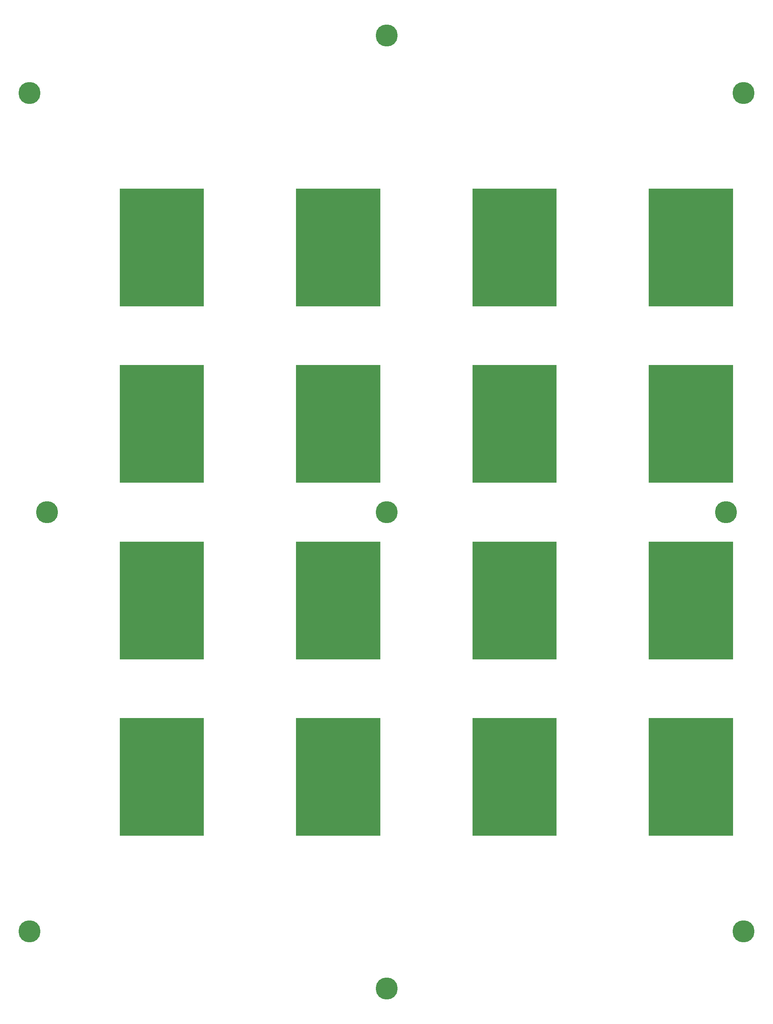
<source format=gbr>
G04 #@! TF.GenerationSoftware,KiCad,Pcbnew,5.99.0-unknown-64afa3a42e~128~ubuntu20.04.1*
G04 #@! TF.CreationDate,2021-05-28T16:06:45-05:00*
G04 #@! TF.ProjectId,Patches,50617463-6865-4732-9e6b-696361645f70,rev?*
G04 #@! TF.SameCoordinates,Original*
G04 #@! TF.FileFunction,Copper,L1,Top*
G04 #@! TF.FilePolarity,Positive*
%FSLAX46Y46*%
G04 Gerber Fmt 4.6, Leading zero omitted, Abs format (unit mm)*
G04 Created by KiCad (PCBNEW 5.99.0-unknown-64afa3a42e~128~ubuntu20.04.1) date 2021-05-28 16:06:45*
%MOMM*%
%LPD*%
G01*
G04 APERTURE LIST*
G04 #@! TA.AperFunction,EtchedComponent*
%ADD10C,0.000100*%
G04 #@! TD*
G04 #@! TA.AperFunction,ComponentPad*
%ADD11C,2.900000*%
G04 #@! TD*
G04 #@! TA.AperFunction,ConnectorPad*
%ADD12C,5.000000*%
G04 #@! TD*
G04 APERTURE END LIST*
D10*
G04 #@! TO.C,REF\u002A\u002A*
X112500000Y-79700000D02*
X131500000Y-79700000D01*
X131500000Y-79700000D02*
X131500000Y-106300000D01*
X131500000Y-106300000D02*
X112500000Y-106300000D01*
X112500000Y-106300000D02*
X112500000Y-79700000D01*
G36*
X112500000Y-79700000D02*
G01*
X131500000Y-79700000D01*
X131500000Y-106300000D01*
X112500000Y-106300000D01*
X112500000Y-79700000D01*
G37*
X152500000Y-39700000D02*
X171500000Y-39700000D01*
X171500000Y-39700000D02*
X171500000Y-66300000D01*
X171500000Y-66300000D02*
X152500000Y-66300000D01*
X152500000Y-66300000D02*
X152500000Y-39700000D01*
G36*
X152500000Y-39700000D02*
G01*
X171500000Y-39700000D01*
X171500000Y-66300000D01*
X152500000Y-66300000D01*
X152500000Y-39700000D01*
G37*
X32500000Y-119700000D02*
X51500000Y-119700000D01*
X51500000Y-119700000D02*
X51500000Y-146300000D01*
X51500000Y-146300000D02*
X32500000Y-146300000D01*
X32500000Y-146300000D02*
X32500000Y-119700000D01*
G36*
X32500000Y-119700000D02*
G01*
X51500000Y-119700000D01*
X51500000Y-146300000D01*
X32500000Y-146300000D01*
X32500000Y-119700000D01*
G37*
X72500000Y-79700000D02*
X91500000Y-79700000D01*
X91500000Y-79700000D02*
X91500000Y-106300000D01*
X91500000Y-106300000D02*
X72500000Y-106300000D01*
X72500000Y-106300000D02*
X72500000Y-79700000D01*
G36*
X72500000Y-79700000D02*
G01*
X91500000Y-79700000D01*
X91500000Y-106300000D01*
X72500000Y-106300000D01*
X72500000Y-79700000D01*
G37*
X32500000Y-159700000D02*
X51500000Y-159700000D01*
X51500000Y-159700000D02*
X51500000Y-186300000D01*
X51500000Y-186300000D02*
X32500000Y-186300000D01*
X32500000Y-186300000D02*
X32500000Y-159700000D01*
G36*
X32500000Y-159700000D02*
G01*
X51500000Y-159700000D01*
X51500000Y-186300000D01*
X32500000Y-186300000D01*
X32500000Y-159700000D01*
G37*
X32500000Y-79700000D02*
X51500000Y-79700000D01*
X51500000Y-79700000D02*
X51500000Y-106300000D01*
X51500000Y-106300000D02*
X32500000Y-106300000D01*
X32500000Y-106300000D02*
X32500000Y-79700000D01*
G36*
X32500000Y-79700000D02*
G01*
X51500000Y-79700000D01*
X51500000Y-106300000D01*
X32500000Y-106300000D01*
X32500000Y-79700000D01*
G37*
X72500000Y-39700000D02*
X91500000Y-39700000D01*
X91500000Y-39700000D02*
X91500000Y-66300000D01*
X91500000Y-66300000D02*
X72500000Y-66300000D01*
X72500000Y-66300000D02*
X72500000Y-39700000D01*
G36*
X72500000Y-39700000D02*
G01*
X91500000Y-39700000D01*
X91500000Y-66300000D01*
X72500000Y-66300000D01*
X72500000Y-39700000D01*
G37*
X112500000Y-39700000D02*
X131500000Y-39700000D01*
X131500000Y-39700000D02*
X131500000Y-66300000D01*
X131500000Y-66300000D02*
X112500000Y-66300000D01*
X112500000Y-66300000D02*
X112500000Y-39700000D01*
G36*
X112500000Y-39700000D02*
G01*
X131500000Y-39700000D01*
X131500000Y-66300000D01*
X112500000Y-66300000D01*
X112500000Y-39700000D01*
G37*
X32500000Y-39700000D02*
X51500000Y-39700000D01*
X51500000Y-39700000D02*
X51500000Y-66300000D01*
X51500000Y-66300000D02*
X32500000Y-66300000D01*
X32500000Y-66300000D02*
X32500000Y-39700000D01*
G36*
X32500000Y-39700000D02*
G01*
X51500000Y-39700000D01*
X51500000Y-66300000D01*
X32500000Y-66300000D01*
X32500000Y-39700000D01*
G37*
X112500000Y-119700000D02*
X131500000Y-119700000D01*
X131500000Y-119700000D02*
X131500000Y-146300000D01*
X131500000Y-146300000D02*
X112500000Y-146300000D01*
X112500000Y-146300000D02*
X112500000Y-119700000D01*
G36*
X112500000Y-119700000D02*
G01*
X131500000Y-119700000D01*
X131500000Y-146300000D01*
X112500000Y-146300000D01*
X112500000Y-119700000D01*
G37*
X72500000Y-159700000D02*
X91500000Y-159700000D01*
X91500000Y-159700000D02*
X91500000Y-186300000D01*
X91500000Y-186300000D02*
X72500000Y-186300000D01*
X72500000Y-186300000D02*
X72500000Y-159700000D01*
G36*
X72500000Y-159700000D02*
G01*
X91500000Y-159700000D01*
X91500000Y-186300000D01*
X72500000Y-186300000D01*
X72500000Y-159700000D01*
G37*
X72500000Y-119700000D02*
X91500000Y-119700000D01*
X91500000Y-119700000D02*
X91500000Y-146300000D01*
X91500000Y-146300000D02*
X72500000Y-146300000D01*
X72500000Y-146300000D02*
X72500000Y-119700000D01*
G36*
X72500000Y-119700000D02*
G01*
X91500000Y-119700000D01*
X91500000Y-146300000D01*
X72500000Y-146300000D01*
X72500000Y-119700000D01*
G37*
X112500000Y-159700000D02*
X131500000Y-159700000D01*
X131500000Y-159700000D02*
X131500000Y-186300000D01*
X131500000Y-186300000D02*
X112500000Y-186300000D01*
X112500000Y-186300000D02*
X112500000Y-159700000D01*
G36*
X112500000Y-159700000D02*
G01*
X131500000Y-159700000D01*
X131500000Y-186300000D01*
X112500000Y-186300000D01*
X112500000Y-159700000D01*
G37*
X152500000Y-79700000D02*
X171500000Y-79700000D01*
X171500000Y-79700000D02*
X171500000Y-106300000D01*
X171500000Y-106300000D02*
X152500000Y-106300000D01*
X152500000Y-106300000D02*
X152500000Y-79700000D01*
G36*
X152500000Y-79700000D02*
G01*
X171500000Y-79700000D01*
X171500000Y-106300000D01*
X152500000Y-106300000D01*
X152500000Y-79700000D01*
G37*
X152500000Y-159700000D02*
X171500000Y-159700000D01*
X171500000Y-159700000D02*
X171500000Y-186300000D01*
X171500000Y-186300000D02*
X152500000Y-186300000D01*
X152500000Y-186300000D02*
X152500000Y-159700000D01*
G36*
X152500000Y-159700000D02*
G01*
X171500000Y-159700000D01*
X171500000Y-186300000D01*
X152500000Y-186300000D01*
X152500000Y-159700000D01*
G37*
X152500000Y-119700000D02*
X171500000Y-119700000D01*
X171500000Y-119700000D02*
X171500000Y-146300000D01*
X171500000Y-146300000D02*
X152500000Y-146300000D01*
X152500000Y-146300000D02*
X152500000Y-119700000D01*
G36*
X152500000Y-119700000D02*
G01*
X171500000Y-119700000D01*
X171500000Y-146300000D01*
X152500000Y-146300000D01*
X152500000Y-119700000D01*
G37*
G04 #@! TD*
D11*
G04 #@! TO.P,H10,1,1*
G04 #@! TO.N,N/C*
X93000000Y-5000000D03*
D12*
X93000000Y-5000000D03*
G04 #@! TD*
D11*
G04 #@! TO.P,H12,1,1*
G04 #@! TO.N,N/C*
X170000000Y-113000000D03*
D12*
X170000000Y-113000000D03*
G04 #@! TD*
D11*
G04 #@! TO.P,H11,1,1*
G04 #@! TO.N,N/C*
X93000000Y-113000000D03*
D12*
X93000000Y-113000000D03*
G04 #@! TD*
D11*
G04 #@! TO.P,H4,1,1*
G04 #@! TO.N,N/C*
X174000000Y-208000000D03*
D12*
X174000000Y-208000000D03*
G04 #@! TD*
D11*
G04 #@! TO.P,H9,1,1*
G04 #@! TO.N,N/C*
X93000000Y-221000000D03*
D12*
X93000000Y-221000000D03*
G04 #@! TD*
D11*
G04 #@! TO.P,H2,1,1*
G04 #@! TO.N,N/C*
X174000000Y-18000000D03*
D12*
X174000000Y-18000000D03*
G04 #@! TD*
G04 #@! TO.P,H3,1,1*
G04 #@! TO.N,N/C*
X12000000Y-208000000D03*
D11*
X12000000Y-208000000D03*
G04 #@! TD*
D12*
G04 #@! TO.P,H1,1,1*
G04 #@! TO.N,N/C*
X12000000Y-18000000D03*
D11*
X12000000Y-18000000D03*
G04 #@! TD*
D12*
G04 #@! TO.P,H11,1,1*
G04 #@! TO.N,N/C*
X16000000Y-113000000D03*
D11*
X16000000Y-113000000D03*
G04 #@! TD*
M02*

</source>
